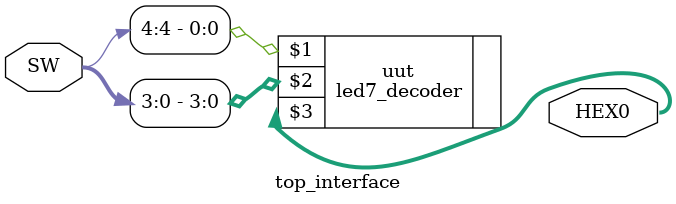
<source format=v>
module top_interface(SW,HEX0);
input [4:0] SW;
output [6:0] HEX0;
//anode version
led7_decoder uut(SW[4],SW[3:0],HEX0);

endmodule
</source>
